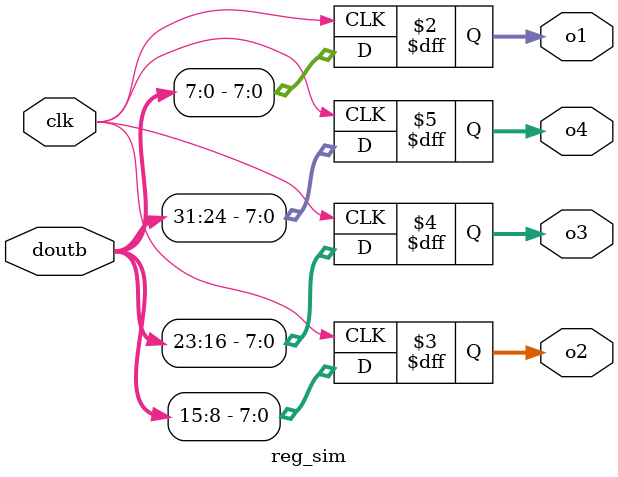
<source format=v>
`timescale 1ns / 1ps
module reg_sim(
input clk,
 input [31:0] doutb,
output reg [7:0] o1,o2,o3,o4
    );
always@(posedge clk)
begin
o1<=doutb[7:0];
o2<=doutb[15:8];
o3<=doutb[23:16];
o4<=doutb[31:24];
end


endmodule

</source>
